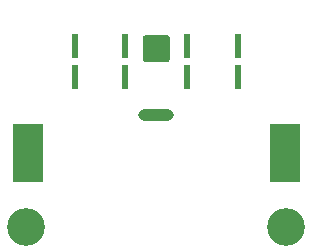
<source format=gbr>
%TF.GenerationSoftware,KiCad,Pcbnew,(5.1.8)-1*%
%TF.CreationDate,2021-08-18T00:38:57+02:00*%
%TF.ProjectId,Haubenblitzer_LED,48617562-656e-4626-9c69-747a65725f4c,rev?*%
%TF.SameCoordinates,Original*%
%TF.FileFunction,Soldermask,Top*%
%TF.FilePolarity,Negative*%
%FSLAX46Y46*%
G04 Gerber Fmt 4.6, Leading zero omitted, Abs format (unit mm)*
G04 Created by KiCad (PCBNEW (5.1.8)-1) date 2021-08-18 00:38:57*
%MOMM*%
%LPD*%
G01*
G04 APERTURE LIST*
%ADD10C,3.200000*%
%ADD11O,3.000000X1.000000*%
%ADD12R,2.500000X5.000000*%
%ADD13R,0.500000X2.140000*%
G04 APERTURE END LIST*
D10*
%TO.C,REF\u002A\u002A*%
X171500000Y-123800000D03*
%TD*%
%TO.C,REF\u002A\u002A*%
X149500000Y-123800000D03*
%TD*%
D11*
%TO.C,REF\u002A\u002A*%
X160500000Y-114300000D03*
%TD*%
D12*
%TO.C,J3*%
X171400000Y-117500000D03*
%TD*%
%TO.C,J2*%
X149600000Y-117500000D03*
%TD*%
%TO.C,J1*%
G36*
G01*
X159350000Y-109600001D02*
X159350000Y-107799999D01*
G75*
G02*
X159599999Y-107550000I249999J0D01*
G01*
X161400001Y-107550000D01*
G75*
G02*
X161650000Y-107799999I0J-249999D01*
G01*
X161650000Y-109600001D01*
G75*
G02*
X161400001Y-109850000I-249999J0D01*
G01*
X159599999Y-109850000D01*
G75*
G02*
X159350000Y-109600001I0J249999D01*
G01*
G37*
%TD*%
D13*
%TO.C,D2*%
X163110000Y-108430000D03*
X167390000Y-111070000D03*
X167390000Y-108430000D03*
X163110000Y-111070000D03*
%TD*%
%TO.C,D1*%
X157890000Y-111070000D03*
X153610000Y-108430000D03*
X153610000Y-111070000D03*
X157890000Y-108430000D03*
%TD*%
M02*

</source>
